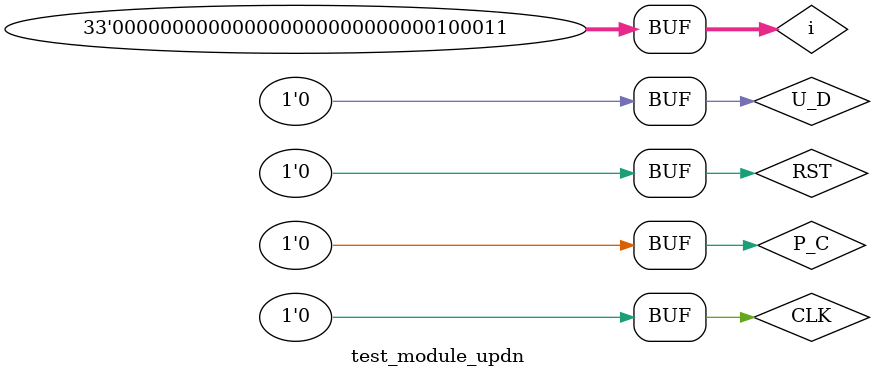
<source format=v>
`timescale 1ns / 1ps
`include "UPDOWN_COUNTER.v"

module test_module_updn;

	// Inputs
	reg CLK;
	reg RST;
	reg P_C;
	reg U_D;

	// Outputs
	wire [4:0] Q;
	reg [32:0] i;
	// Instantiate the Unit Under Test (UUT)
	UPDOWN_COUNTER uut (
		.CLK(CLK), 
		.RST(RST), 
		.P_C(P_C), 
		.U_D(U_D), 
		.Q(Q)
	);

	initial begin
		// Initialize Inputs
		CLK = 0;
		RST = 0;P_C = 0;U_D = 0;
		// Wait 100 ns for global reset to finish
		#100;
		RST = 0;P_C = 0;U_D = 0;
		for(i = 0; i <35; i = i + 1)begin
			 CLK = ~CLK; #5;  CLK = ~ CLK; #5;
		end
		RST = 1;P_C = 0;U_D = 0;
		for(i = 0; i < 35; i = i + 1)begin
			 CLK = ~CLK; #5;  CLK = ~ CLK; #5;
		end
		RST = 0;P_C = 0;U_D = 1;
		for(i = 0; i < 35; i = i + 1)begin
			 CLK = ~CLK; #5;  CLK = ~ CLK; #5;
		end
		RST = 0;P_C = 0;U_D = 0;
		for(i = 0; i < 35; i = i + 1)begin
			 CLK = ~CLK; #5;  CLK = ~ CLK; #5;
		end
		RST = 0;P_C = 0;U_D = 1;
		for(i = 0; i < 35; i = i + 1)begin
			 CLK = ~CLK; #5;  CLK = ~ CLK; #5;
		end
		RST = 0;P_C = 1;U_D = 1;
		for(i = 0; i < 5; i = i + 1)begin
			 CLK = ~CLK; #5;  CLK = ~ CLK; #5;
		end
		RST = 0;P_C = 0;U_D = 0;
		for(i = 0; i < 35; i = i + 1)begin
			 CLK = ~CLK; #5;  CLK = ~ CLK; #5;
		end
		
	end
      
endmodule


</source>
